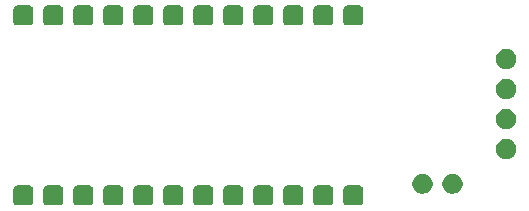
<source format=gbr>
G04 #@! TF.GenerationSoftware,KiCad,Pcbnew,5.0.2+dfsg1-1~bpo9+1*
G04 #@! TF.CreationDate,2021-03-14T19:34:14+00:00*
G04 #@! TF.ProjectId,gameboy_cart_screen,67616d65-626f-4795-9f63-6172745f7363,rev?*
G04 #@! TF.SameCoordinates,Original*
G04 #@! TF.FileFunction,Soldermask,Top*
G04 #@! TF.FilePolarity,Negative*
%FSLAX46Y46*%
G04 Gerber Fmt 4.6, Leading zero omitted, Abs format (unit mm)*
G04 Created by KiCad (PCBNEW 5.0.2+dfsg1-1~bpo9+1) date Sun 14 Mar 2021 19:34:14 GMT*
%MOMM*%
%LPD*%
G01*
G04 APERTURE LIST*
%ADD10C,0.100000*%
G04 APERTURE END LIST*
D10*
G36*
X131768698Y-79636568D02*
X131836684Y-79657191D01*
X131899337Y-79690680D01*
X131954252Y-79735748D01*
X131999320Y-79790663D01*
X132032809Y-79853316D01*
X132053432Y-79921302D01*
X132061000Y-79998140D01*
X132061000Y-80961860D01*
X132053432Y-81038698D01*
X132032809Y-81106684D01*
X131999320Y-81169337D01*
X131954252Y-81224252D01*
X131899337Y-81269320D01*
X131836684Y-81302809D01*
X131768698Y-81323432D01*
X131691860Y-81331000D01*
X130728140Y-81331000D01*
X130651302Y-81323432D01*
X130583316Y-81302809D01*
X130520663Y-81269320D01*
X130465748Y-81224252D01*
X130420680Y-81169337D01*
X130387191Y-81106684D01*
X130366568Y-81038698D01*
X130359000Y-80961860D01*
X130359000Y-79998140D01*
X130366568Y-79921302D01*
X130387191Y-79853316D01*
X130420680Y-79790663D01*
X130465748Y-79735748D01*
X130520663Y-79690680D01*
X130583316Y-79657191D01*
X130651302Y-79636568D01*
X130728140Y-79629000D01*
X131691860Y-79629000D01*
X131768698Y-79636568D01*
X131768698Y-79636568D01*
G37*
G36*
X134308698Y-79636568D02*
X134376684Y-79657191D01*
X134439337Y-79690680D01*
X134494252Y-79735748D01*
X134539320Y-79790663D01*
X134572809Y-79853316D01*
X134593432Y-79921302D01*
X134601000Y-79998140D01*
X134601000Y-80961860D01*
X134593432Y-81038698D01*
X134572809Y-81106684D01*
X134539320Y-81169337D01*
X134494252Y-81224252D01*
X134439337Y-81269320D01*
X134376684Y-81302809D01*
X134308698Y-81323432D01*
X134231860Y-81331000D01*
X133268140Y-81331000D01*
X133191302Y-81323432D01*
X133123316Y-81302809D01*
X133060663Y-81269320D01*
X133005748Y-81224252D01*
X132960680Y-81169337D01*
X132927191Y-81106684D01*
X132906568Y-81038698D01*
X132899000Y-80961860D01*
X132899000Y-79998140D01*
X132906568Y-79921302D01*
X132927191Y-79853316D01*
X132960680Y-79790663D01*
X133005748Y-79735748D01*
X133060663Y-79690680D01*
X133123316Y-79657191D01*
X133191302Y-79636568D01*
X133268140Y-79629000D01*
X134231860Y-79629000D01*
X134308698Y-79636568D01*
X134308698Y-79636568D01*
G37*
G36*
X136848698Y-79636568D02*
X136916684Y-79657191D01*
X136979337Y-79690680D01*
X137034252Y-79735748D01*
X137079320Y-79790663D01*
X137112809Y-79853316D01*
X137133432Y-79921302D01*
X137141000Y-79998140D01*
X137141000Y-80961860D01*
X137133432Y-81038698D01*
X137112809Y-81106684D01*
X137079320Y-81169337D01*
X137034252Y-81224252D01*
X136979337Y-81269320D01*
X136916684Y-81302809D01*
X136848698Y-81323432D01*
X136771860Y-81331000D01*
X135808140Y-81331000D01*
X135731302Y-81323432D01*
X135663316Y-81302809D01*
X135600663Y-81269320D01*
X135545748Y-81224252D01*
X135500680Y-81169337D01*
X135467191Y-81106684D01*
X135446568Y-81038698D01*
X135439000Y-80961860D01*
X135439000Y-79998140D01*
X135446568Y-79921302D01*
X135467191Y-79853316D01*
X135500680Y-79790663D01*
X135545748Y-79735748D01*
X135600663Y-79690680D01*
X135663316Y-79657191D01*
X135731302Y-79636568D01*
X135808140Y-79629000D01*
X136771860Y-79629000D01*
X136848698Y-79636568D01*
X136848698Y-79636568D01*
G37*
G36*
X139388698Y-79636568D02*
X139456684Y-79657191D01*
X139519337Y-79690680D01*
X139574252Y-79735748D01*
X139619320Y-79790663D01*
X139652809Y-79853316D01*
X139673432Y-79921302D01*
X139681000Y-79998140D01*
X139681000Y-80961860D01*
X139673432Y-81038698D01*
X139652809Y-81106684D01*
X139619320Y-81169337D01*
X139574252Y-81224252D01*
X139519337Y-81269320D01*
X139456684Y-81302809D01*
X139388698Y-81323432D01*
X139311860Y-81331000D01*
X138348140Y-81331000D01*
X138271302Y-81323432D01*
X138203316Y-81302809D01*
X138140663Y-81269320D01*
X138085748Y-81224252D01*
X138040680Y-81169337D01*
X138007191Y-81106684D01*
X137986568Y-81038698D01*
X137979000Y-80961860D01*
X137979000Y-79998140D01*
X137986568Y-79921302D01*
X138007191Y-79853316D01*
X138040680Y-79790663D01*
X138085748Y-79735748D01*
X138140663Y-79690680D01*
X138203316Y-79657191D01*
X138271302Y-79636568D01*
X138348140Y-79629000D01*
X139311860Y-79629000D01*
X139388698Y-79636568D01*
X139388698Y-79636568D01*
G37*
G36*
X141928698Y-79636568D02*
X141996684Y-79657191D01*
X142059337Y-79690680D01*
X142114252Y-79735748D01*
X142159320Y-79790663D01*
X142192809Y-79853316D01*
X142213432Y-79921302D01*
X142221000Y-79998140D01*
X142221000Y-80961860D01*
X142213432Y-81038698D01*
X142192809Y-81106684D01*
X142159320Y-81169337D01*
X142114252Y-81224252D01*
X142059337Y-81269320D01*
X141996684Y-81302809D01*
X141928698Y-81323432D01*
X141851860Y-81331000D01*
X140888140Y-81331000D01*
X140811302Y-81323432D01*
X140743316Y-81302809D01*
X140680663Y-81269320D01*
X140625748Y-81224252D01*
X140580680Y-81169337D01*
X140547191Y-81106684D01*
X140526568Y-81038698D01*
X140519000Y-80961860D01*
X140519000Y-79998140D01*
X140526568Y-79921302D01*
X140547191Y-79853316D01*
X140580680Y-79790663D01*
X140625748Y-79735748D01*
X140680663Y-79690680D01*
X140743316Y-79657191D01*
X140811302Y-79636568D01*
X140888140Y-79629000D01*
X141851860Y-79629000D01*
X141928698Y-79636568D01*
X141928698Y-79636568D01*
G37*
G36*
X144468698Y-79636568D02*
X144536684Y-79657191D01*
X144599337Y-79690680D01*
X144654252Y-79735748D01*
X144699320Y-79790663D01*
X144732809Y-79853316D01*
X144753432Y-79921302D01*
X144761000Y-79998140D01*
X144761000Y-80961860D01*
X144753432Y-81038698D01*
X144732809Y-81106684D01*
X144699320Y-81169337D01*
X144654252Y-81224252D01*
X144599337Y-81269320D01*
X144536684Y-81302809D01*
X144468698Y-81323432D01*
X144391860Y-81331000D01*
X143428140Y-81331000D01*
X143351302Y-81323432D01*
X143283316Y-81302809D01*
X143220663Y-81269320D01*
X143165748Y-81224252D01*
X143120680Y-81169337D01*
X143087191Y-81106684D01*
X143066568Y-81038698D01*
X143059000Y-80961860D01*
X143059000Y-79998140D01*
X143066568Y-79921302D01*
X143087191Y-79853316D01*
X143120680Y-79790663D01*
X143165748Y-79735748D01*
X143220663Y-79690680D01*
X143283316Y-79657191D01*
X143351302Y-79636568D01*
X143428140Y-79629000D01*
X144391860Y-79629000D01*
X144468698Y-79636568D01*
X144468698Y-79636568D01*
G37*
G36*
X147008698Y-79636568D02*
X147076684Y-79657191D01*
X147139337Y-79690680D01*
X147194252Y-79735748D01*
X147239320Y-79790663D01*
X147272809Y-79853316D01*
X147293432Y-79921302D01*
X147301000Y-79998140D01*
X147301000Y-80961860D01*
X147293432Y-81038698D01*
X147272809Y-81106684D01*
X147239320Y-81169337D01*
X147194252Y-81224252D01*
X147139337Y-81269320D01*
X147076684Y-81302809D01*
X147008698Y-81323432D01*
X146931860Y-81331000D01*
X145968140Y-81331000D01*
X145891302Y-81323432D01*
X145823316Y-81302809D01*
X145760663Y-81269320D01*
X145705748Y-81224252D01*
X145660680Y-81169337D01*
X145627191Y-81106684D01*
X145606568Y-81038698D01*
X145599000Y-80961860D01*
X145599000Y-79998140D01*
X145606568Y-79921302D01*
X145627191Y-79853316D01*
X145660680Y-79790663D01*
X145705748Y-79735748D01*
X145760663Y-79690680D01*
X145823316Y-79657191D01*
X145891302Y-79636568D01*
X145968140Y-79629000D01*
X146931860Y-79629000D01*
X147008698Y-79636568D01*
X147008698Y-79636568D01*
G37*
G36*
X149548698Y-79636568D02*
X149616684Y-79657191D01*
X149679337Y-79690680D01*
X149734252Y-79735748D01*
X149779320Y-79790663D01*
X149812809Y-79853316D01*
X149833432Y-79921302D01*
X149841000Y-79998140D01*
X149841000Y-80961860D01*
X149833432Y-81038698D01*
X149812809Y-81106684D01*
X149779320Y-81169337D01*
X149734252Y-81224252D01*
X149679337Y-81269320D01*
X149616684Y-81302809D01*
X149548698Y-81323432D01*
X149471860Y-81331000D01*
X148508140Y-81331000D01*
X148431302Y-81323432D01*
X148363316Y-81302809D01*
X148300663Y-81269320D01*
X148245748Y-81224252D01*
X148200680Y-81169337D01*
X148167191Y-81106684D01*
X148146568Y-81038698D01*
X148139000Y-80961860D01*
X148139000Y-79998140D01*
X148146568Y-79921302D01*
X148167191Y-79853316D01*
X148200680Y-79790663D01*
X148245748Y-79735748D01*
X148300663Y-79690680D01*
X148363316Y-79657191D01*
X148431302Y-79636568D01*
X148508140Y-79629000D01*
X149471860Y-79629000D01*
X149548698Y-79636568D01*
X149548698Y-79636568D01*
G37*
G36*
X152088698Y-79636568D02*
X152156684Y-79657191D01*
X152219337Y-79690680D01*
X152274252Y-79735748D01*
X152319320Y-79790663D01*
X152352809Y-79853316D01*
X152373432Y-79921302D01*
X152381000Y-79998140D01*
X152381000Y-80961860D01*
X152373432Y-81038698D01*
X152352809Y-81106684D01*
X152319320Y-81169337D01*
X152274252Y-81224252D01*
X152219337Y-81269320D01*
X152156684Y-81302809D01*
X152088698Y-81323432D01*
X152011860Y-81331000D01*
X151048140Y-81331000D01*
X150971302Y-81323432D01*
X150903316Y-81302809D01*
X150840663Y-81269320D01*
X150785748Y-81224252D01*
X150740680Y-81169337D01*
X150707191Y-81106684D01*
X150686568Y-81038698D01*
X150679000Y-80961860D01*
X150679000Y-79998140D01*
X150686568Y-79921302D01*
X150707191Y-79853316D01*
X150740680Y-79790663D01*
X150785748Y-79735748D01*
X150840663Y-79690680D01*
X150903316Y-79657191D01*
X150971302Y-79636568D01*
X151048140Y-79629000D01*
X152011860Y-79629000D01*
X152088698Y-79636568D01*
X152088698Y-79636568D01*
G37*
G36*
X154628698Y-79636568D02*
X154696684Y-79657191D01*
X154759337Y-79690680D01*
X154814252Y-79735748D01*
X154859320Y-79790663D01*
X154892809Y-79853316D01*
X154913432Y-79921302D01*
X154921000Y-79998140D01*
X154921000Y-80961860D01*
X154913432Y-81038698D01*
X154892809Y-81106684D01*
X154859320Y-81169337D01*
X154814252Y-81224252D01*
X154759337Y-81269320D01*
X154696684Y-81302809D01*
X154628698Y-81323432D01*
X154551860Y-81331000D01*
X153588140Y-81331000D01*
X153511302Y-81323432D01*
X153443316Y-81302809D01*
X153380663Y-81269320D01*
X153325748Y-81224252D01*
X153280680Y-81169337D01*
X153247191Y-81106684D01*
X153226568Y-81038698D01*
X153219000Y-80961860D01*
X153219000Y-79998140D01*
X153226568Y-79921302D01*
X153247191Y-79853316D01*
X153280680Y-79790663D01*
X153325748Y-79735748D01*
X153380663Y-79690680D01*
X153443316Y-79657191D01*
X153511302Y-79636568D01*
X153588140Y-79629000D01*
X154551860Y-79629000D01*
X154628698Y-79636568D01*
X154628698Y-79636568D01*
G37*
G36*
X159708698Y-79636568D02*
X159776684Y-79657191D01*
X159839337Y-79690680D01*
X159894252Y-79735748D01*
X159939320Y-79790663D01*
X159972809Y-79853316D01*
X159993432Y-79921302D01*
X160001000Y-79998140D01*
X160001000Y-80961860D01*
X159993432Y-81038698D01*
X159972809Y-81106684D01*
X159939320Y-81169337D01*
X159894252Y-81224252D01*
X159839337Y-81269320D01*
X159776684Y-81302809D01*
X159708698Y-81323432D01*
X159631860Y-81331000D01*
X158668140Y-81331000D01*
X158591302Y-81323432D01*
X158523316Y-81302809D01*
X158460663Y-81269320D01*
X158405748Y-81224252D01*
X158360680Y-81169337D01*
X158327191Y-81106684D01*
X158306568Y-81038698D01*
X158299000Y-80961860D01*
X158299000Y-79998140D01*
X158306568Y-79921302D01*
X158327191Y-79853316D01*
X158360680Y-79790663D01*
X158405748Y-79735748D01*
X158460663Y-79690680D01*
X158523316Y-79657191D01*
X158591302Y-79636568D01*
X158668140Y-79629000D01*
X159631860Y-79629000D01*
X159708698Y-79636568D01*
X159708698Y-79636568D01*
G37*
G36*
X157168698Y-79636568D02*
X157236684Y-79657191D01*
X157299337Y-79690680D01*
X157354252Y-79735748D01*
X157399320Y-79790663D01*
X157432809Y-79853316D01*
X157453432Y-79921302D01*
X157461000Y-79998140D01*
X157461000Y-80961860D01*
X157453432Y-81038698D01*
X157432809Y-81106684D01*
X157399320Y-81169337D01*
X157354252Y-81224252D01*
X157299337Y-81269320D01*
X157236684Y-81302809D01*
X157168698Y-81323432D01*
X157091860Y-81331000D01*
X156128140Y-81331000D01*
X156051302Y-81323432D01*
X155983316Y-81302809D01*
X155920663Y-81269320D01*
X155865748Y-81224252D01*
X155820680Y-81169337D01*
X155787191Y-81106684D01*
X155766568Y-81038698D01*
X155759000Y-80961860D01*
X155759000Y-79998140D01*
X155766568Y-79921302D01*
X155787191Y-79853316D01*
X155820680Y-79790663D01*
X155865748Y-79735748D01*
X155920663Y-79690680D01*
X155983316Y-79657191D01*
X156051302Y-79636568D01*
X156128140Y-79629000D01*
X157091860Y-79629000D01*
X157168698Y-79636568D01*
X157168698Y-79636568D01*
G37*
G36*
X167798228Y-78681703D02*
X167953100Y-78745853D01*
X168092481Y-78838985D01*
X168211015Y-78957519D01*
X168304147Y-79096900D01*
X168368297Y-79251772D01*
X168401000Y-79416184D01*
X168401000Y-79583816D01*
X168368297Y-79748228D01*
X168304147Y-79903100D01*
X168211015Y-80042481D01*
X168092481Y-80161015D01*
X167953100Y-80254147D01*
X167798228Y-80318297D01*
X167633816Y-80351000D01*
X167466184Y-80351000D01*
X167301772Y-80318297D01*
X167146900Y-80254147D01*
X167007519Y-80161015D01*
X166888985Y-80042481D01*
X166795853Y-79903100D01*
X166731703Y-79748228D01*
X166699000Y-79583816D01*
X166699000Y-79416184D01*
X166731703Y-79251772D01*
X166795853Y-79096900D01*
X166888985Y-78957519D01*
X167007519Y-78838985D01*
X167146900Y-78745853D01*
X167301772Y-78681703D01*
X167466184Y-78649000D01*
X167633816Y-78649000D01*
X167798228Y-78681703D01*
X167798228Y-78681703D01*
G37*
G36*
X165258228Y-78681703D02*
X165413100Y-78745853D01*
X165552481Y-78838985D01*
X165671015Y-78957519D01*
X165764147Y-79096900D01*
X165828297Y-79251772D01*
X165861000Y-79416184D01*
X165861000Y-79583816D01*
X165828297Y-79748228D01*
X165764147Y-79903100D01*
X165671015Y-80042481D01*
X165552481Y-80161015D01*
X165413100Y-80254147D01*
X165258228Y-80318297D01*
X165093816Y-80351000D01*
X164926184Y-80351000D01*
X164761772Y-80318297D01*
X164606900Y-80254147D01*
X164467519Y-80161015D01*
X164348985Y-80042481D01*
X164255853Y-79903100D01*
X164191703Y-79748228D01*
X164159000Y-79583816D01*
X164159000Y-79416184D01*
X164191703Y-79251772D01*
X164255853Y-79096900D01*
X164348985Y-78957519D01*
X164467519Y-78838985D01*
X164606900Y-78745853D01*
X164761772Y-78681703D01*
X164926184Y-78649000D01*
X165093816Y-78649000D01*
X165258228Y-78681703D01*
X165258228Y-78681703D01*
G37*
G36*
X172343308Y-75751703D02*
X172498180Y-75815853D01*
X172637561Y-75908985D01*
X172756095Y-76027519D01*
X172849227Y-76166900D01*
X172913377Y-76321772D01*
X172946080Y-76486184D01*
X172946080Y-76653816D01*
X172913377Y-76818228D01*
X172849227Y-76973100D01*
X172756095Y-77112481D01*
X172637561Y-77231015D01*
X172498180Y-77324147D01*
X172343308Y-77388297D01*
X172178896Y-77421000D01*
X172011264Y-77421000D01*
X171846852Y-77388297D01*
X171691980Y-77324147D01*
X171552599Y-77231015D01*
X171434065Y-77112481D01*
X171340933Y-76973100D01*
X171276783Y-76818228D01*
X171244080Y-76653816D01*
X171244080Y-76486184D01*
X171276783Y-76321772D01*
X171340933Y-76166900D01*
X171434065Y-76027519D01*
X171552599Y-75908985D01*
X171691980Y-75815853D01*
X171846852Y-75751703D01*
X172011264Y-75719000D01*
X172178896Y-75719000D01*
X172343308Y-75751703D01*
X172343308Y-75751703D01*
G37*
G36*
X172338228Y-73211703D02*
X172493100Y-73275853D01*
X172632481Y-73368985D01*
X172751015Y-73487519D01*
X172844147Y-73626900D01*
X172908297Y-73781772D01*
X172941000Y-73946184D01*
X172941000Y-74113816D01*
X172908297Y-74278228D01*
X172844147Y-74433100D01*
X172751015Y-74572481D01*
X172632481Y-74691015D01*
X172493100Y-74784147D01*
X172338228Y-74848297D01*
X172173816Y-74881000D01*
X172006184Y-74881000D01*
X171841772Y-74848297D01*
X171686900Y-74784147D01*
X171547519Y-74691015D01*
X171428985Y-74572481D01*
X171335853Y-74433100D01*
X171271703Y-74278228D01*
X171239000Y-74113816D01*
X171239000Y-73946184D01*
X171271703Y-73781772D01*
X171335853Y-73626900D01*
X171428985Y-73487519D01*
X171547519Y-73368985D01*
X171686900Y-73275853D01*
X171841772Y-73211703D01*
X172006184Y-73179000D01*
X172173816Y-73179000D01*
X172338228Y-73211703D01*
X172338228Y-73211703D01*
G37*
G36*
X172343308Y-70671703D02*
X172498180Y-70735853D01*
X172637561Y-70828985D01*
X172756095Y-70947519D01*
X172849227Y-71086900D01*
X172913377Y-71241772D01*
X172946080Y-71406184D01*
X172946080Y-71573816D01*
X172913377Y-71738228D01*
X172849227Y-71893100D01*
X172756095Y-72032481D01*
X172637561Y-72151015D01*
X172498180Y-72244147D01*
X172343308Y-72308297D01*
X172178896Y-72341000D01*
X172011264Y-72341000D01*
X171846852Y-72308297D01*
X171691980Y-72244147D01*
X171552599Y-72151015D01*
X171434065Y-72032481D01*
X171340933Y-71893100D01*
X171276783Y-71738228D01*
X171244080Y-71573816D01*
X171244080Y-71406184D01*
X171276783Y-71241772D01*
X171340933Y-71086900D01*
X171434065Y-70947519D01*
X171552599Y-70828985D01*
X171691980Y-70735853D01*
X171846852Y-70671703D01*
X172011264Y-70639000D01*
X172178896Y-70639000D01*
X172343308Y-70671703D01*
X172343308Y-70671703D01*
G37*
G36*
X172343308Y-68131703D02*
X172498180Y-68195853D01*
X172637561Y-68288985D01*
X172756095Y-68407519D01*
X172849227Y-68546900D01*
X172913377Y-68701772D01*
X172946080Y-68866184D01*
X172946080Y-69033816D01*
X172913377Y-69198228D01*
X172849227Y-69353100D01*
X172756095Y-69492481D01*
X172637561Y-69611015D01*
X172498180Y-69704147D01*
X172343308Y-69768297D01*
X172178896Y-69801000D01*
X172011264Y-69801000D01*
X171846852Y-69768297D01*
X171691980Y-69704147D01*
X171552599Y-69611015D01*
X171434065Y-69492481D01*
X171340933Y-69353100D01*
X171276783Y-69198228D01*
X171244080Y-69033816D01*
X171244080Y-68866184D01*
X171276783Y-68701772D01*
X171340933Y-68546900D01*
X171434065Y-68407519D01*
X171552599Y-68288985D01*
X171691980Y-68195853D01*
X171846852Y-68131703D01*
X172011264Y-68099000D01*
X172178896Y-68099000D01*
X172343308Y-68131703D01*
X172343308Y-68131703D01*
G37*
G36*
X159708698Y-64396568D02*
X159776684Y-64417191D01*
X159839337Y-64450680D01*
X159894252Y-64495748D01*
X159939320Y-64550663D01*
X159972809Y-64613316D01*
X159993432Y-64681302D01*
X160001000Y-64758140D01*
X160001000Y-65721860D01*
X159993432Y-65798698D01*
X159972809Y-65866684D01*
X159939320Y-65929337D01*
X159894252Y-65984252D01*
X159839337Y-66029320D01*
X159776684Y-66062809D01*
X159708698Y-66083432D01*
X159631860Y-66091000D01*
X158668140Y-66091000D01*
X158591302Y-66083432D01*
X158523316Y-66062809D01*
X158460663Y-66029320D01*
X158405748Y-65984252D01*
X158360680Y-65929337D01*
X158327191Y-65866684D01*
X158306568Y-65798698D01*
X158299000Y-65721860D01*
X158299000Y-64758140D01*
X158306568Y-64681302D01*
X158327191Y-64613316D01*
X158360680Y-64550663D01*
X158405748Y-64495748D01*
X158460663Y-64450680D01*
X158523316Y-64417191D01*
X158591302Y-64396568D01*
X158668140Y-64389000D01*
X159631860Y-64389000D01*
X159708698Y-64396568D01*
X159708698Y-64396568D01*
G37*
G36*
X136848698Y-64396568D02*
X136916684Y-64417191D01*
X136979337Y-64450680D01*
X137034252Y-64495748D01*
X137079320Y-64550663D01*
X137112809Y-64613316D01*
X137133432Y-64681302D01*
X137141000Y-64758140D01*
X137141000Y-65721860D01*
X137133432Y-65798698D01*
X137112809Y-65866684D01*
X137079320Y-65929337D01*
X137034252Y-65984252D01*
X136979337Y-66029320D01*
X136916684Y-66062809D01*
X136848698Y-66083432D01*
X136771860Y-66091000D01*
X135808140Y-66091000D01*
X135731302Y-66083432D01*
X135663316Y-66062809D01*
X135600663Y-66029320D01*
X135545748Y-65984252D01*
X135500680Y-65929337D01*
X135467191Y-65866684D01*
X135446568Y-65798698D01*
X135439000Y-65721860D01*
X135439000Y-64758140D01*
X135446568Y-64681302D01*
X135467191Y-64613316D01*
X135500680Y-64550663D01*
X135545748Y-64495748D01*
X135600663Y-64450680D01*
X135663316Y-64417191D01*
X135731302Y-64396568D01*
X135808140Y-64389000D01*
X136771860Y-64389000D01*
X136848698Y-64396568D01*
X136848698Y-64396568D01*
G37*
G36*
X134308698Y-64396568D02*
X134376684Y-64417191D01*
X134439337Y-64450680D01*
X134494252Y-64495748D01*
X134539320Y-64550663D01*
X134572809Y-64613316D01*
X134593432Y-64681302D01*
X134601000Y-64758140D01*
X134601000Y-65721860D01*
X134593432Y-65798698D01*
X134572809Y-65866684D01*
X134539320Y-65929337D01*
X134494252Y-65984252D01*
X134439337Y-66029320D01*
X134376684Y-66062809D01*
X134308698Y-66083432D01*
X134231860Y-66091000D01*
X133268140Y-66091000D01*
X133191302Y-66083432D01*
X133123316Y-66062809D01*
X133060663Y-66029320D01*
X133005748Y-65984252D01*
X132960680Y-65929337D01*
X132927191Y-65866684D01*
X132906568Y-65798698D01*
X132899000Y-65721860D01*
X132899000Y-64758140D01*
X132906568Y-64681302D01*
X132927191Y-64613316D01*
X132960680Y-64550663D01*
X133005748Y-64495748D01*
X133060663Y-64450680D01*
X133123316Y-64417191D01*
X133191302Y-64396568D01*
X133268140Y-64389000D01*
X134231860Y-64389000D01*
X134308698Y-64396568D01*
X134308698Y-64396568D01*
G37*
G36*
X131768698Y-64396568D02*
X131836684Y-64417191D01*
X131899337Y-64450680D01*
X131954252Y-64495748D01*
X131999320Y-64550663D01*
X132032809Y-64613316D01*
X132053432Y-64681302D01*
X132061000Y-64758140D01*
X132061000Y-65721860D01*
X132053432Y-65798698D01*
X132032809Y-65866684D01*
X131999320Y-65929337D01*
X131954252Y-65984252D01*
X131899337Y-66029320D01*
X131836684Y-66062809D01*
X131768698Y-66083432D01*
X131691860Y-66091000D01*
X130728140Y-66091000D01*
X130651302Y-66083432D01*
X130583316Y-66062809D01*
X130520663Y-66029320D01*
X130465748Y-65984252D01*
X130420680Y-65929337D01*
X130387191Y-65866684D01*
X130366568Y-65798698D01*
X130359000Y-65721860D01*
X130359000Y-64758140D01*
X130366568Y-64681302D01*
X130387191Y-64613316D01*
X130420680Y-64550663D01*
X130465748Y-64495748D01*
X130520663Y-64450680D01*
X130583316Y-64417191D01*
X130651302Y-64396568D01*
X130728140Y-64389000D01*
X131691860Y-64389000D01*
X131768698Y-64396568D01*
X131768698Y-64396568D01*
G37*
G36*
X139388698Y-64396568D02*
X139456684Y-64417191D01*
X139519337Y-64450680D01*
X139574252Y-64495748D01*
X139619320Y-64550663D01*
X139652809Y-64613316D01*
X139673432Y-64681302D01*
X139681000Y-64758140D01*
X139681000Y-65721860D01*
X139673432Y-65798698D01*
X139652809Y-65866684D01*
X139619320Y-65929337D01*
X139574252Y-65984252D01*
X139519337Y-66029320D01*
X139456684Y-66062809D01*
X139388698Y-66083432D01*
X139311860Y-66091000D01*
X138348140Y-66091000D01*
X138271302Y-66083432D01*
X138203316Y-66062809D01*
X138140663Y-66029320D01*
X138085748Y-65984252D01*
X138040680Y-65929337D01*
X138007191Y-65866684D01*
X137986568Y-65798698D01*
X137979000Y-65721860D01*
X137979000Y-64758140D01*
X137986568Y-64681302D01*
X138007191Y-64613316D01*
X138040680Y-64550663D01*
X138085748Y-64495748D01*
X138140663Y-64450680D01*
X138203316Y-64417191D01*
X138271302Y-64396568D01*
X138348140Y-64389000D01*
X139311860Y-64389000D01*
X139388698Y-64396568D01*
X139388698Y-64396568D01*
G37*
G36*
X141928698Y-64396568D02*
X141996684Y-64417191D01*
X142059337Y-64450680D01*
X142114252Y-64495748D01*
X142159320Y-64550663D01*
X142192809Y-64613316D01*
X142213432Y-64681302D01*
X142221000Y-64758140D01*
X142221000Y-65721860D01*
X142213432Y-65798698D01*
X142192809Y-65866684D01*
X142159320Y-65929337D01*
X142114252Y-65984252D01*
X142059337Y-66029320D01*
X141996684Y-66062809D01*
X141928698Y-66083432D01*
X141851860Y-66091000D01*
X140888140Y-66091000D01*
X140811302Y-66083432D01*
X140743316Y-66062809D01*
X140680663Y-66029320D01*
X140625748Y-65984252D01*
X140580680Y-65929337D01*
X140547191Y-65866684D01*
X140526568Y-65798698D01*
X140519000Y-65721860D01*
X140519000Y-64758140D01*
X140526568Y-64681302D01*
X140547191Y-64613316D01*
X140580680Y-64550663D01*
X140625748Y-64495748D01*
X140680663Y-64450680D01*
X140743316Y-64417191D01*
X140811302Y-64396568D01*
X140888140Y-64389000D01*
X141851860Y-64389000D01*
X141928698Y-64396568D01*
X141928698Y-64396568D01*
G37*
G36*
X144468698Y-64396568D02*
X144536684Y-64417191D01*
X144599337Y-64450680D01*
X144654252Y-64495748D01*
X144699320Y-64550663D01*
X144732809Y-64613316D01*
X144753432Y-64681302D01*
X144761000Y-64758140D01*
X144761000Y-65721860D01*
X144753432Y-65798698D01*
X144732809Y-65866684D01*
X144699320Y-65929337D01*
X144654252Y-65984252D01*
X144599337Y-66029320D01*
X144536684Y-66062809D01*
X144468698Y-66083432D01*
X144391860Y-66091000D01*
X143428140Y-66091000D01*
X143351302Y-66083432D01*
X143283316Y-66062809D01*
X143220663Y-66029320D01*
X143165748Y-65984252D01*
X143120680Y-65929337D01*
X143087191Y-65866684D01*
X143066568Y-65798698D01*
X143059000Y-65721860D01*
X143059000Y-64758140D01*
X143066568Y-64681302D01*
X143087191Y-64613316D01*
X143120680Y-64550663D01*
X143165748Y-64495748D01*
X143220663Y-64450680D01*
X143283316Y-64417191D01*
X143351302Y-64396568D01*
X143428140Y-64389000D01*
X144391860Y-64389000D01*
X144468698Y-64396568D01*
X144468698Y-64396568D01*
G37*
G36*
X147008698Y-64396568D02*
X147076684Y-64417191D01*
X147139337Y-64450680D01*
X147194252Y-64495748D01*
X147239320Y-64550663D01*
X147272809Y-64613316D01*
X147293432Y-64681302D01*
X147301000Y-64758140D01*
X147301000Y-65721860D01*
X147293432Y-65798698D01*
X147272809Y-65866684D01*
X147239320Y-65929337D01*
X147194252Y-65984252D01*
X147139337Y-66029320D01*
X147076684Y-66062809D01*
X147008698Y-66083432D01*
X146931860Y-66091000D01*
X145968140Y-66091000D01*
X145891302Y-66083432D01*
X145823316Y-66062809D01*
X145760663Y-66029320D01*
X145705748Y-65984252D01*
X145660680Y-65929337D01*
X145627191Y-65866684D01*
X145606568Y-65798698D01*
X145599000Y-65721860D01*
X145599000Y-64758140D01*
X145606568Y-64681302D01*
X145627191Y-64613316D01*
X145660680Y-64550663D01*
X145705748Y-64495748D01*
X145760663Y-64450680D01*
X145823316Y-64417191D01*
X145891302Y-64396568D01*
X145968140Y-64389000D01*
X146931860Y-64389000D01*
X147008698Y-64396568D01*
X147008698Y-64396568D01*
G37*
G36*
X149548698Y-64396568D02*
X149616684Y-64417191D01*
X149679337Y-64450680D01*
X149734252Y-64495748D01*
X149779320Y-64550663D01*
X149812809Y-64613316D01*
X149833432Y-64681302D01*
X149841000Y-64758140D01*
X149841000Y-65721860D01*
X149833432Y-65798698D01*
X149812809Y-65866684D01*
X149779320Y-65929337D01*
X149734252Y-65984252D01*
X149679337Y-66029320D01*
X149616684Y-66062809D01*
X149548698Y-66083432D01*
X149471860Y-66091000D01*
X148508140Y-66091000D01*
X148431302Y-66083432D01*
X148363316Y-66062809D01*
X148300663Y-66029320D01*
X148245748Y-65984252D01*
X148200680Y-65929337D01*
X148167191Y-65866684D01*
X148146568Y-65798698D01*
X148139000Y-65721860D01*
X148139000Y-64758140D01*
X148146568Y-64681302D01*
X148167191Y-64613316D01*
X148200680Y-64550663D01*
X148245748Y-64495748D01*
X148300663Y-64450680D01*
X148363316Y-64417191D01*
X148431302Y-64396568D01*
X148508140Y-64389000D01*
X149471860Y-64389000D01*
X149548698Y-64396568D01*
X149548698Y-64396568D01*
G37*
G36*
X152088698Y-64396568D02*
X152156684Y-64417191D01*
X152219337Y-64450680D01*
X152274252Y-64495748D01*
X152319320Y-64550663D01*
X152352809Y-64613316D01*
X152373432Y-64681302D01*
X152381000Y-64758140D01*
X152381000Y-65721860D01*
X152373432Y-65798698D01*
X152352809Y-65866684D01*
X152319320Y-65929337D01*
X152274252Y-65984252D01*
X152219337Y-66029320D01*
X152156684Y-66062809D01*
X152088698Y-66083432D01*
X152011860Y-66091000D01*
X151048140Y-66091000D01*
X150971302Y-66083432D01*
X150903316Y-66062809D01*
X150840663Y-66029320D01*
X150785748Y-65984252D01*
X150740680Y-65929337D01*
X150707191Y-65866684D01*
X150686568Y-65798698D01*
X150679000Y-65721860D01*
X150679000Y-64758140D01*
X150686568Y-64681302D01*
X150707191Y-64613316D01*
X150740680Y-64550663D01*
X150785748Y-64495748D01*
X150840663Y-64450680D01*
X150903316Y-64417191D01*
X150971302Y-64396568D01*
X151048140Y-64389000D01*
X152011860Y-64389000D01*
X152088698Y-64396568D01*
X152088698Y-64396568D01*
G37*
G36*
X154628698Y-64396568D02*
X154696684Y-64417191D01*
X154759337Y-64450680D01*
X154814252Y-64495748D01*
X154859320Y-64550663D01*
X154892809Y-64613316D01*
X154913432Y-64681302D01*
X154921000Y-64758140D01*
X154921000Y-65721860D01*
X154913432Y-65798698D01*
X154892809Y-65866684D01*
X154859320Y-65929337D01*
X154814252Y-65984252D01*
X154759337Y-66029320D01*
X154696684Y-66062809D01*
X154628698Y-66083432D01*
X154551860Y-66091000D01*
X153588140Y-66091000D01*
X153511302Y-66083432D01*
X153443316Y-66062809D01*
X153380663Y-66029320D01*
X153325748Y-65984252D01*
X153280680Y-65929337D01*
X153247191Y-65866684D01*
X153226568Y-65798698D01*
X153219000Y-65721860D01*
X153219000Y-64758140D01*
X153226568Y-64681302D01*
X153247191Y-64613316D01*
X153280680Y-64550663D01*
X153325748Y-64495748D01*
X153380663Y-64450680D01*
X153443316Y-64417191D01*
X153511302Y-64396568D01*
X153588140Y-64389000D01*
X154551860Y-64389000D01*
X154628698Y-64396568D01*
X154628698Y-64396568D01*
G37*
G36*
X157168698Y-64396568D02*
X157236684Y-64417191D01*
X157299337Y-64450680D01*
X157354252Y-64495748D01*
X157399320Y-64550663D01*
X157432809Y-64613316D01*
X157453432Y-64681302D01*
X157461000Y-64758140D01*
X157461000Y-65721860D01*
X157453432Y-65798698D01*
X157432809Y-65866684D01*
X157399320Y-65929337D01*
X157354252Y-65984252D01*
X157299337Y-66029320D01*
X157236684Y-66062809D01*
X157168698Y-66083432D01*
X157091860Y-66091000D01*
X156128140Y-66091000D01*
X156051302Y-66083432D01*
X155983316Y-66062809D01*
X155920663Y-66029320D01*
X155865748Y-65984252D01*
X155820680Y-65929337D01*
X155787191Y-65866684D01*
X155766568Y-65798698D01*
X155759000Y-65721860D01*
X155759000Y-64758140D01*
X155766568Y-64681302D01*
X155787191Y-64613316D01*
X155820680Y-64550663D01*
X155865748Y-64495748D01*
X155920663Y-64450680D01*
X155983316Y-64417191D01*
X156051302Y-64396568D01*
X156128140Y-64389000D01*
X157091860Y-64389000D01*
X157168698Y-64396568D01*
X157168698Y-64396568D01*
G37*
M02*

</source>
